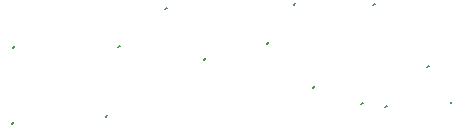
<source format=gbr>
G04 #@! TF.FileFunction,Other,ECO2*
%FSLAX46Y46*%
G04 Gerber Fmt 4.6, Leading zero omitted, Abs format (unit mm)*
G04 Created by KiCad (PCBNEW 4.0.2+dfsg1-stable) date 2017年12月22日 星期五 14时14分46秒*
%MOMM*%
G01*
G04 APERTURE LIST*
%ADD10C,0.100000*%
%ADD11C,0.150000*%
G04 APERTURE END LIST*
D10*
D11*
X166738300Y-109423200D02*
X166894550Y-109282575D01*
X137528300Y-110540800D02*
X137684550Y-110400175D01*
X145859500Y-105740200D02*
X146015750Y-105599575D01*
X142582900Y-101473000D02*
X142739150Y-101332375D01*
X160185100Y-101117400D02*
X160341350Y-100976775D01*
X153454100Y-101092000D02*
X153610350Y-100951375D01*
X155105100Y-108102400D02*
X155261350Y-107961775D01*
X159169100Y-109499400D02*
X159325350Y-109358775D01*
X161201100Y-109753400D02*
X161357350Y-109612775D01*
X164757100Y-106375200D02*
X164913350Y-106234575D01*
X151193500Y-104394000D02*
X151349750Y-104253375D01*
X129603500Y-111175800D02*
X129759750Y-111035175D01*
X129705100Y-104749600D02*
X129861350Y-104608975D01*
X138620500Y-104673400D02*
X138776750Y-104532775D01*
M02*

</source>
